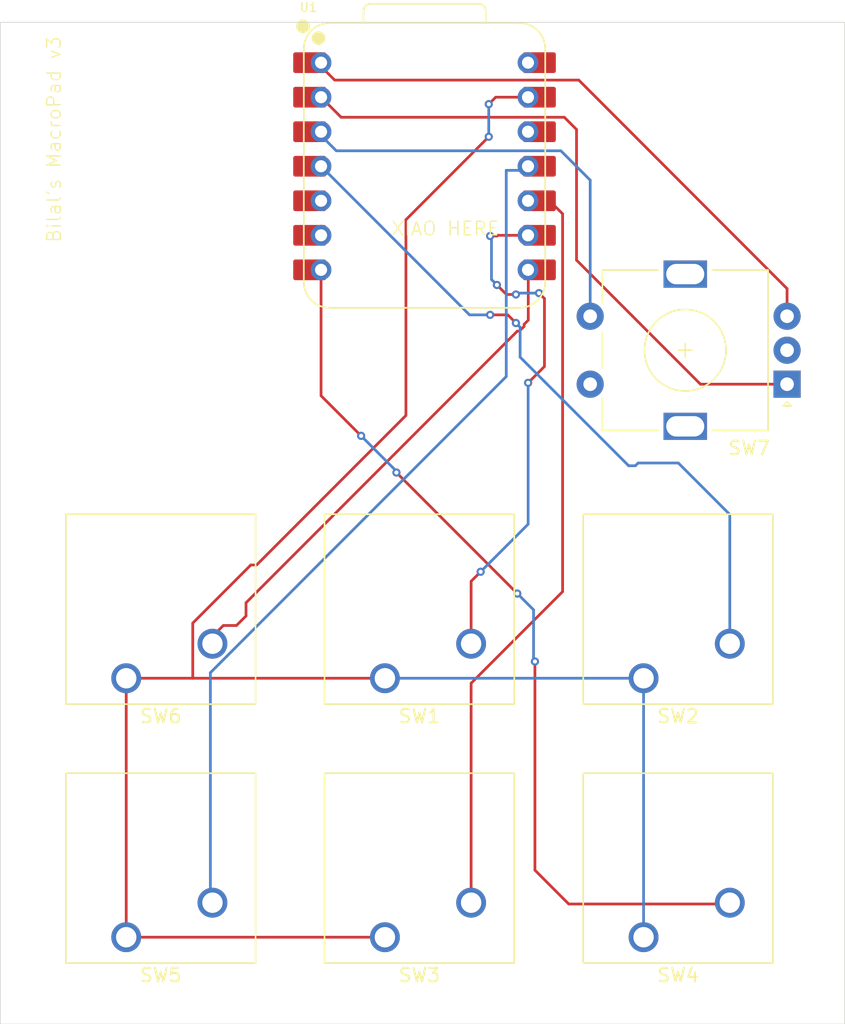
<source format=kicad_pcb>
(kicad_pcb (version 20241229) (generator "pcbnew") (generator_version "9.0")
  (layers (0 "F.Cu" signal) (2 "B.Cu" signal) (13 "F.Paste" user) (15 "B.Paste" user) (5 "F.SilkS" user "F.Silkscreen") (7 "B.SilkS" user "B.Silkscreen") (1 "F.Mask" user) (3 "B.Mask" user) (25 "Edge.Cuts" user))
  (net 0 "")
  (net 1 "+3.3V")
  (net 2 "GND")
  (net 3 "Net-(U1-GPIO29{slash}ADC3{slash}A3)")
  (net 4 "Net-(U1-GPIO4{slash}MISO)")
  (net 5 "Net-(U1-GPIO0{slash}TX)")
  (net 6 "Net-(U1-GPIO3{slash}MOSI)")
  (net 7 "Net-(U1-GPIO1{slash}RX)")
  (net 8 "Net-(U1-GPIO28{slash}ADC2{slash}A2)")
  (net 9 "Net-(U1-GPIO27{slash}ADC1{slash}A1)")
  (net 11 "Net-(U1-GPIO26{slash}ADC0{slash}A0)")
  (net 14 "Net-(U1-GPIO2{slash}SCK)")
  (net 16 "unconnected-(U1-GPIO6{slash}SDA-Pad5)")
  (footprint "Button_Switch_Keyboard:SW_Cherry_MX_1.00u_PCB" (layer "F.Cu") (at 171.20125 131.18125 180)
    (property "Reference" "SW4" (at -2.54 -2.794 0) (layer "F.SilkS"))
    (property "Value" "SW_Push")
    (fp_line (start 4.445 12.065) (end -9.525 12.065) (stroke (width 0.12)) (layer "F.SilkS"))
    (fp_line (start 4.445 -1.905) (end 4.445 12.065) (stroke (width 0.12)) (layer "F.SilkS"))
    (fp_line (start -9.525 12.065) (end -9.525 -1.905) (stroke (width 0.12)) (layer "F.SilkS"))
    (fp_line (start -9.525 -1.905) (end 4.445 -1.905) (stroke (width 0.12)) (layer "F.SilkS"))
    (pad "" np_thru_hole circle (at -7.62 5.08 180) (size 1.7 1.7) (drill 1.7) (layers "*.Cu" "*.Mask"))
    (pad "" np_thru_hole circle (at -2.54 5.08 180) (size 4 4) (drill 4) (layers "*.Cu" "*.Mask"))
    (pad "" np_thru_hole circle (at 2.54 5.08 180) (size 1.7 1.7) (drill 1.7) (layers "*.Cu" "*.Mask"))
    (pad "1" thru_hole circle (at 0 0 180) (size 2.2 2.2) (drill 1.5) (layers "*.Cu" "*.Mask") (net 2 "GND"))
    (pad "2" thru_hole circle (at -6.35 2.54 180) (size 2.2 2.2) (drill 1.5) (layers "*.Cu" "*.Mask") (net 5 "Net-(U1-GPIO0{slash}TX)"))
  )
  (footprint "OPL:XIAO-RP2040-DIP" (layer "F.Cu") (at 155.06875 74.46875)
    (property "Reference" "U1" (at -8.55 -11.68 0) (layer "F.SilkS") (effects (font (size 0.635 0.635) (thickness 0.1016))))
    (property "Value" "XIAO-RP2040-DIP")
    (fp_line (start -8.89 8.509) (end -8.89 -8.636) (stroke (width 0.127)) (layer "F.SilkS"))
    (fp_line (start -6.985 10.414) (end 6.985 10.414) (stroke (width 0.127)) (layer "F.SilkS"))
    (fp_line (start -4.495 -10.541) (end -4.491272 -11.451272) (stroke (width 0.127)) (layer "F.SilkS"))
    (fp_line (start -3.991272 -11.951) (end 4.004 -11.951) (stroke (width 0.127)) (layer "F.SilkS"))
    (fp_line (start 4.504 -11.451) (end 4.504 -10.541) (stroke (width 0.127)) (layer "F.SilkS"))
    (fp_line (start 6.985 -10.541) (end -6.985 -10.541) (stroke (width 0.1)) (layer "F.SilkS"))
    (fp_line (start 6.985 -10.541) (end -6.985 -10.541) (stroke (width 0.127)) (layer "F.SilkS"))
    (fp_line (start 8.89 8.509) (end 8.89 -8.636) (stroke (width 0.127)) (layer "F.SilkS"))
    (fp_arc (start -8.89 -8.636) (mid -8.332038 -9.983038) (end -6.985 -10.541) (stroke (width 0.127)) (layer "F.SilkS"))
    (fp_arc (start -6.985 10.414) (mid -8.332038 9.856038) (end -8.89 8.509) (stroke (width 0.127)) (layer "F.SilkS"))
    (fp_arc (start -4.491272 -11.451272) (mid -4.344728 -11.80464) (end -3.991272 -11.951) (stroke (width 0.127)) (layer "F.SilkS"))
    (fp_arc (start 4.004 -11.951) (mid 4.357553 -11.804553) (end 4.504 -11.451) (stroke (width 0.127)) (layer "F.SilkS"))
    (fp_arc (start 6.985 -10.541) (mid 8.332038 -9.983038) (end 8.89 -8.636) (stroke (width 0.127)) (layer "F.SilkS"))
    (fp_arc (start 8.89 8.509) (mid 8.332038 9.856038) (end 6.985 10.414) (stroke (width 0.127)) (layer "F.SilkS"))
    (fp_circle (center -8.95 -10.3) (end -8.95 -10.554) (stroke (width 0.5)) (fill yes) (layer "F.SilkS"))
    (fp_circle (center -7.807 -9.42) (end -7.807 -9.674) (stroke (width 0.5)) (fill yes) (layer "F.SilkS"))
    (pad "1" smd roundrect (at -8.455 -7.62 180) (size 2.432 1.524) (layers "F.Cu" "F.Mask") (roundrect_rratio 0.1) (net 11 "Net-(U1-GPIO26{slash}ADC0{slash}A0)"))
    (pad "1" thru_hole circle (at -7.62 -7.62 180) (size 1.524 1.524) (drill 0.889) (layers "*.Cu" "*.Mask") (net 11 "Net-(U1-GPIO26{slash}ADC0{slash}A0)"))
    (pad "2" smd roundrect (at -8.455 -5.08 180) (size 2.432 1.524) (layers "F.Cu" "F.Mask") (roundrect_rratio 0.1) (net 9 "Net-(U1-GPIO27{slash}ADC1{slash}A1)"))
    (pad "2" thru_hole circle (at -7.62 -5.08 180) (size 1.524 1.524) (drill 0.889) (layers "*.Cu" "*.Mask") (net 9 "Net-(U1-GPIO27{slash}ADC1{slash}A1)"))
    (pad "3" smd roundrect (at -8.455 -2.54 180) (size 2.432 1.524) (layers "F.Cu" "F.Mask") (roundrect_rratio 0.1) (net 8 "Net-(U1-GPIO28{slash}ADC2{slash}A2)"))
    (pad "3" thru_hole circle (at -7.62 -2.54 180) (size 1.524 1.524) (drill 0.889) (layers "*.Cu" "*.Mask") (net 8 "Net-(U1-GPIO28{slash}ADC2{slash}A2)"))
    (pad "4" smd roundrect (at -8.455 0 180) (size 2.432 1.524) (layers "F.Cu" "F.Mask") (roundrect_rratio 0.1) (net 3 "Net-(U1-GPIO29{slash}ADC3{slash}A3)"))
    (pad "4" thru_hole circle (at -7.62 0 180) (size 1.524 1.524) (drill 0.889) (layers "*.Cu" "*.Mask") (net 3 "Net-(U1-GPIO29{slash}ADC3{slash}A3)"))
    (pad "5" smd roundrect (at -8.455 2.54 180) (size 2.432 1.524) (layers "F.Cu" "F.Mask") (roundrect_rratio 0.1) (net 16 "unconnected-(U1-GPIO6{slash}SDA-Pad5)"))
    (pad "5" thru_hole circle (at -7.62 2.54 180) (size 1.524 1.524) (drill 0.889) (layers "*.Cu" "*.Mask") (net 16 "unconnected-(U1-GPIO6{slash}SDA-Pad5)"))
    (pad "6" smd roundrect (at -8.455 5.08 180) (size 2.432 1.524) (layers "F.Cu" "F.Mask") (roundrect_rratio 0.1))
    (pad "6" thru_hole circle (at -7.62 5.08 180) (size 1.524 1.524) (drill 0.889) (layers "*.Cu" "*.Mask"))
    (pad "7" smd roundrect (at -8.455 7.62 180) (size 2.432 1.524) (layers "F.Cu" "F.Mask") (roundrect_rratio 0.1) (net 5 "Net-(U1-GPIO0{slash}TX)"))
    (pad "7" thru_hole circle (at -7.62 7.62 180) (size 1.524 1.524) (drill 0.889) (layers "*.Cu" "*.Mask") (net 5 "Net-(U1-GPIO0{slash}TX)"))
    (pad "8" thru_hole circle (at 7.62 7.62) (size 1.524 1.524) (drill 0.889) (layers "*.Cu" "*.Mask") (net 7 "Net-(U1-GPIO1{slash}RX)"))
    (pad "8" smd roundrect (at 8.455 7.62) (size 2.432 1.524) (layers "F.Cu" "F.Mask") (roundrect_rratio 0.1) (net 7 "Net-(U1-GPIO1{slash}RX)"))
    (pad "9" thru_hole circle (at 7.62 5.08) (size 1.524 1.524) (drill 0.889) (layers "*.Cu" "*.Mask") (net 14 "Net-(U1-GPIO2{slash}SCK)"))
    (pad "9" smd roundrect (at 8.455 5.08) (size 2.432 1.524) (layers "F.Cu" "F.Mask") (roundrect_rratio 0.1) (net 14 "Net-(U1-GPIO2{slash}SCK)"))
    (pad "10" thru_hole circle (at 7.62 2.54) (size 1.524 1.524) (drill 0.889) (layers "*.Cu" "*.Mask") (net 4 "Net-(U1-GPIO4{slash}MISO)"))
    (pad "10" smd roundrect (at 8.455 2.54) (size 2.432 1.524) (layers "F.Cu" "F.Mask") (roundrect_rratio 0.1) (net 4 "Net-(U1-GPIO4{slash}MISO)"))
    (pad "11" thru_hole circle (at 7.62 0) (size 1.524 1.524) (drill 0.889) (layers "*.Cu" "*.Mask") (net 6 "Net-(U1-GPIO3{slash}MOSI)"))
    (pad "11" smd roundrect (at 8.455 0) (size 2.432 1.524) (layers "F.Cu" "F.Mask") (roundrect_rratio 0.1) (net 6 "Net-(U1-GPIO3{slash}MOSI)"))
    (pad "12" thru_hole circle (at 7.62 -2.54) (size 1.524 1.524) (drill 0.889) (layers "*.Cu" "*.Mask") (net 1 "+3.3V"))
    (pad "12" smd roundrect (at 8.455 -2.54) (size 2.432 1.524) (layers "F.Cu" "F.Mask") (roundrect_rratio 0.1) (net 1 "+3.3V"))
    (pad "13" thru_hole circle (at 7.62 -5.08) (size 1.524 1.524) (drill 0.889) (layers "*.Cu" "*.Mask") (net 2 "GND"))
    (pad "13" smd roundrect (at 8.455 -5.08) (size 2.432 1.524) (layers "F.Cu" "F.Mask") (roundrect_rratio 0.1) (net 2 "GND"))
    (pad "14" thru_hole circle (at 7.62 -7.62) (size 1.524 1.524) (drill 0.889) (layers "*.Cu" "*.Mask"))
    (pad "14" smd roundrect (at 8.455 -7.62) (size 2.432 1.524) (layers "F.Cu" "F.Mask") (roundrect_rratio 0.1))
  )
  (footprint "Button_Switch_Keyboard:SW_Cherry_MX_1.00u_PCB" (layer "F.Cu") (at 152.15125 112.13125 180)
    (property "Reference" "SW1" (at -2.54 -2.794 0) (layer "F.SilkS"))
    (property "Value" "SW_Push")
    (fp_line (start 4.445 12.065) (end -9.525 12.065) (stroke (width 0.12)) (layer "F.SilkS"))
    (fp_line (start 4.445 -1.905) (end 4.445 12.065) (stroke (width 0.12)) (layer "F.SilkS"))
    (fp_line (start -9.525 12.065) (end -9.525 -1.905) (stroke (width 0.12)) (layer "F.SilkS"))
    (fp_line (start -9.525 -1.905) (end 4.445 -1.905) (stroke (width 0.12)) (layer "F.SilkS"))
    (pad "" np_thru_hole circle (at -7.62 5.08 180) (size 1.7 1.7) (drill 1.7) (layers "*.Cu" "*.Mask"))
    (pad "" np_thru_hole circle (at -2.54 5.08 180) (size 4 4) (drill 4) (layers "*.Cu" "*.Mask"))
    (pad "" np_thru_hole circle (at 2.54 5.08 180) (size 1.7 1.7) (drill 1.7) (layers "*.Cu" "*.Mask"))
    (pad "1" thru_hole circle (at 0 0 180) (size 2.2 2.2) (drill 1.5) (layers "*.Cu" "*.Mask") (net 2 "GND"))
    (pad "2" thru_hole circle (at -6.35 2.54 180) (size 2.2 2.2) (drill 1.5) (layers "*.Cu" "*.Mask") (net 14 "Net-(U1-GPIO2{slash}SCK)"))
  )
  (footprint "Rotary_Encoder:RotaryEncoder_Alps_EC11E-Switch_Vertical_H20mm" (layer "F.Cu") (at 181.76875 90.50125 180)
    (property "Reference" "SW7" (at 2.8 -4.7 0) (layer "F.SilkS"))
    (property "Value" "RotaryEncoder_Switch")
    (fp_line (start 13.6 8.4) (end 9.5 8.4) (stroke (width 0.12)) (layer "F.SilkS"))
    (fp_line (start 13.6 6) (end 13.6 8.4) (stroke (width 0.12)) (layer "F.SilkS"))
    (fp_line (start 13.6 1.2) (end 13.6 3.8) (stroke (width 0.12)) (layer "F.SilkS"))
    (fp_line (start 13.6 -3.4) (end 13.6 -1) (stroke (width 0.12)) (layer "F.SilkS"))
    (fp_line (start 9.5 -3.4) (end 13.6 -3.4) (stroke (width 0.12)) (layer "F.SilkS"))
    (fp_line (start 7.5 2) (end 7.5 3) (stroke (width 0.12)) (layer "F.SilkS"))
    (fp_line (start 7 2.5) (end 8 2.5) (stroke (width 0.12)) (layer "F.SilkS"))
    (fp_line (start 5.5 8.4) (end 1.4 8.4) (stroke (width 0.12)) (layer "F.SilkS"))
    (fp_line (start 5.5 -3.4) (end 1.4 -3.4) (stroke (width 0.12)) (layer "F.SilkS"))
    (fp_line (start 1.4 -3.4) (end 1.4 8.4) (stroke (width 0.12)) (layer "F.SilkS"))
    (fp_line (start 0.3 -1.6) (end 0 -1.3) (stroke (width 0.12)) (layer "F.SilkS"))
    (fp_line (start 0 -1.3) (end -0.3 -1.6) (stroke (width 0.12)) (layer "F.SilkS"))
    (fp_line (start -0.3 -1.6) (end 0.3 -1.6) (stroke (width 0.12)) (layer "F.SilkS"))
    (fp_circle (center 7.5 2.5) (end 10.5 2.5) (stroke (width 0.12)) (fill no) (layer "F.SilkS"))
    (pad "A" thru_hole rect (at 0 0 180) (size 2 2) (drill 1) (layers "*.Cu" "*.Mask") (net 9 "Net-(U1-GPIO27{slash}ADC1{slash}A1)"))
    (pad "B" thru_hole circle (at 0 5 180) (size 2 2) (drill 1) (layers "*.Cu" "*.Mask") (net 11 "Net-(U1-GPIO26{slash}ADC0{slash}A0)"))
    (pad "C" thru_hole circle (at 0 2.5 180) (size 2 2) (drill 1) (layers "*.Cu" "*.Mask"))
    (pad "MP" thru_hole rect (at 7.5 -3.1 180) (size 3.2 2) (drill oval 2.8 1.5) (layers "*.Cu" "*.Mask"))
    (pad "MP" thru_hole rect (at 7.5 8.1 180) (size 3.2 2) (drill oval 2.8 1.5) (layers "*.Cu" "*.Mask"))
    (pad "S1" thru_hole circle (at 14.5 5 180) (size 2 2) (drill 1) (layers "*.Cu" "*.Mask") (net 8 "Net-(U1-GPIO28{slash}ADC2{slash}A2)"))
    (pad "S2" thru_hole circle (at 14.5 0 180) (size 2 2) (drill 1) (layers "*.Cu" "*.Mask"))
  )
  (footprint "Button_Switch_Keyboard:SW_Cherry_MX_1.00u_PCB" (layer "F.Cu") (at 133.10125 131.18125 180)
    (property "Reference" "SW5" (at -2.54 -2.794 0) (layer "F.SilkS"))
    (property "Value" "SW_Push")
    (fp_line (start 4.445 12.065) (end -9.525 12.065) (stroke (width 0.12)) (layer "F.SilkS"))
    (fp_line (start 4.445 -1.905) (end 4.445 12.065) (stroke (width 0.12)) (layer "F.SilkS"))
    (fp_line (start -9.525 12.065) (end -9.525 -1.905) (stroke (width 0.12)) (layer "F.SilkS"))
    (fp_line (start -9.525 -1.905) (end 4.445 -1.905) (stroke (width 0.12)) (layer "F.SilkS"))
    (pad "" np_thru_hole circle (at -7.62 5.08 180) (size 1.7 1.7) (drill 1.7) (layers "*.Cu" "*.Mask"))
    (pad "" np_thru_hole circle (at -2.54 5.08 180) (size 4 4) (drill 4) (layers "*.Cu" "*.Mask"))
    (pad "" np_thru_hole circle (at 2.54 5.08 180) (size 1.7 1.7) (drill 1.7) (layers "*.Cu" "*.Mask"))
    (pad "1" thru_hole circle (at 0 0 180) (size 2.2 2.2) (drill 1.5) (layers "*.Cu" "*.Mask") (net 2 "GND"))
    (pad "2" thru_hole circle (at -6.35 2.54 180) (size 2.2 2.2) (drill 1.5) (layers "*.Cu" "*.Mask") (net 6 "Net-(U1-GPIO3{slash}MOSI)"))
  )
  (footprint "Button_Switch_Keyboard:SW_Cherry_MX_1.00u_PCB" (layer "F.Cu") (at 171.20125 112.13125 180)
    (property "Reference" "SW2" (at -2.54 -2.794 0) (layer "F.SilkS"))
    (property "Value" "SW_Push")
    (fp_line (start 4.445 12.065) (end -9.525 12.065) (stroke (width 0.12)) (layer "F.SilkS"))
    (fp_line (start 4.445 -1.905) (end 4.445 12.065) (stroke (width 0.12)) (layer "F.SilkS"))
    (fp_line (start -9.525 12.065) (end -9.525 -1.905) (stroke (width 0.12)) (layer "F.SilkS"))
    (fp_line (start -9.525 -1.905) (end 4.445 -1.905) (stroke (width 0.12)) (layer "F.SilkS"))
    (pad "" np_thru_hole circle (at -7.62 5.08 180) (size 1.7 1.7) (drill 1.7) (layers "*.Cu" "*.Mask"))
    (pad "" np_thru_hole circle (at -2.54 5.08 180) (size 4 4) (drill 4) (layers "*.Cu" "*.Mask"))
    (pad "" np_thru_hole circle (at 2.54 5.08 180) (size 1.7 1.7) (drill 1.7) (layers "*.Cu" "*.Mask"))
    (pad "1" thru_hole circle (at 0 0 180) (size 2.2 2.2) (drill 1.5) (layers "*.Cu" "*.Mask") (net 2 "GND"))
    (pad "2" thru_hole circle (at -6.35 2.54 180) (size 2.2 2.2) (drill 1.5) (layers "*.Cu" "*.Mask") (net 3 "Net-(U1-GPIO29{slash}ADC3{slash}A3)"))
  )
  (footprint "Button_Switch_Keyboard:SW_Cherry_MX_1.00u_PCB" (layer "F.Cu") (at 133.10125 112.13125 180)
    (property "Reference" "SW6" (at -2.54 -2.794 0) (layer "F.SilkS"))
    (property "Value" "SW_Push")
    (fp_line (start 4.445 12.065) (end -9.525 12.065) (stroke (width 0.12)) (layer "F.SilkS"))
    (fp_line (start 4.445 -1.905) (end 4.445 12.065) (stroke (width 0.12)) (layer "F.SilkS"))
    (fp_line (start -9.525 12.065) (end -9.525 -1.905) (stroke (width 0.12)) (layer "F.SilkS"))
    (fp_line (start -9.525 -1.905) (end 4.445 -1.905) (stroke (width 0.12)) (layer "F.SilkS"))
    (pad "" np_thru_hole circle (at -7.62 5.08 180) (size 1.7 1.7) (drill 1.7) (layers "*.Cu" "*.Mask"))
    (pad "" np_thru_hole circle (at -2.54 5.08 180) (size 4 4) (drill 4) (layers "*.Cu" "*.Mask"))
    (pad "" np_thru_hole circle (at 2.54 5.08 180) (size 1.7 1.7) (drill 1.7) (layers "*.Cu" "*.Mask"))
    (pad "1" thru_hole circle (at 0 0 180) (size 2.2 2.2) (drill 1.5) (layers "*.Cu" "*.Mask") (net 2 "GND"))
    (pad "2" thru_hole circle (at -6.35 2.54 180) (size 2.2 2.2) (drill 1.5) (layers "*.Cu" "*.Mask") (net 7 "Net-(U1-GPIO1{slash}RX)"))
  )
  (footprint "Button_Switch_Keyboard:SW_Cherry_MX_1.00u_PCB" (layer "F.Cu") (at 152.15125 131.18125 180)
    (property "Reference" "SW3" (at -2.54 -2.794 0) (layer "F.SilkS"))
    (property "Value" "SW_Push")
    (fp_line (start 4.445 12.065) (end -9.525 12.065) (stroke (width 0.12)) (layer "F.SilkS"))
    (fp_line (start 4.445 -1.905) (end 4.445 12.065) (stroke (width 0.12)) (layer "F.SilkS"))
    (fp_line (start -9.525 12.065) (end -9.525 -1.905) (stroke (width 0.12)) (layer "F.SilkS"))
    (fp_line (start -9.525 -1.905) (end 4.445 -1.905) (stroke (width 0.12)) (layer "F.SilkS"))
    (pad "" np_thru_hole circle (at -7.62 5.08 180) (size 1.7 1.7) (drill 1.7) (layers "*.Cu" "*.Mask"))
    (pad "" np_thru_hole circle (at -2.54 5.08 180) (size 4 4) (drill 4) (layers "*.Cu" "*.Mask"))
    (pad "" np_thru_hole circle (at 2.54 5.08 180) (size 1.7 1.7) (drill 1.7) (layers "*.Cu" "*.Mask"))
    (pad "1" thru_hole circle (at 0 0 180) (size 2.2 2.2) (drill 1.5) (layers "*.Cu" "*.Mask") (net 2 "GND"))
    (pad "2" thru_hole circle (at -6.35 2.54 180) (size 2.2 2.2) (drill 1.5) (layers "*.Cu" "*.Mask") (net 4 "Net-(U1-GPIO4{slash}MISO)"))
  )
  (gr_rect (start 123.83 63.88125) (end 186.01 137.57) (stroke (width 0.05)) (fill no) (layer "Edge.Cuts"))
  (gr_text "XIAO HERE" (at 152.55875 79.63875 0) (layer "F.SilkS") (effects (font (size 1 1) (thickness 0.1)) (justify left bottom)))
  (gr_text "Bilal's MacroPad v3" (at 128.36875 80.15875 90) (layer "F.SilkS") (effects (font (size 1 1) (thickness 0.1)) (justify left bottom)))
  (segment (start 133.10125 131.18125) (end 152.15125 131.18125) (width 0.2) (layer "F.Cu") (net 2))
  (segment (start 142.27403 103.8) (end 138 108.07403) (width 0.2) (layer "F.Cu") (net 2))
  (segment (start 142.7 103.8) (end 142.27403 103.8) (width 0.2) (layer "F.Cu") (net 2))
  (segment (start 162.68875 69.38875) (end 160.31125 69.38875) (width 0.2) (layer "F.Cu") (net 2))
  (segment (start 133.10125 112.13125) (end 138 112.13125) (width 0.2) (layer "F.Cu") (net 2))
  (segment (start 159.8 72.3) (end 153.7 78.4) (width 0.2) (layer "F.Cu") (net 2))
  (segment (start 153.7 92.8) (end 142.7 103.8) (width 0.2) (layer "F.Cu") (net 2))
  (segment (start 138 112.13125) (end 152.15125 112.13125) (width 0.2) (layer "F.Cu") (net 2))
  (segment (start 153.7 78.4) (end 153.7 92.8) (width 0.2) (layer "F.Cu") (net 2))
  (segment (start 133.10125 112.13125) (end 133.10125 131.18125) (width 0.2) (layer "F.Cu") (net 2))
  (segment (start 160.31125 69.38875) (end 159.8 69.9) (width 0.2) (layer "F.Cu") (net 2))
  (segment (start 138 108.07403) (end 138 112.13125) (width 0.2) (layer "F.Cu") (net 2))
  (via (at 159.8 72.3) (size 0.6) (drill 0.3) (layers "F.Cu" "B.Cu") (net 2))
  (via (at 159.8 69.9) (size 0.6) (drill 0.3) (layers "F.Cu" "B.Cu") (net 2))
  (segment (start 159.8 69.9) (end 159.8 72.3) (width 0.2) (layer "B.Cu") (net 2))
  (segment (start 171.20125 112.13125) (end 171.20125 131.18125) (width 0.2) (layer "B.Cu") (net 2))
  (segment (start 171.20125 112.13125) (end 152.15125 112.13125) (width 0.2) (layer "B.Cu") (net 2))
  (segment (start 161.2 85.4) (end 161.8 86) (width 0.2) (layer "F.Cu") (net 3))
  (segment (start 159.9 85.4) (end 161.2 85.4) (width 0.2) (layer "F.Cu") (net 3))
  (via (at 161.8 86) (size 0.6) (drill 0.3) (layers "F.Cu" "B.Cu") (net 3))
  (via (at 159.9 85.4) (size 0.6) (drill 0.3) (layers "F.Cu" "B.Cu") (net 3))
  (segment (start 173.76425 96.29875) (end 177.55125 100.08575) (width 0.2) (layer "B.Cu") (net 3))
  (segment (start 162.10875 86.30875) (end 162.10875 88.50875) (width 0.2) (layer "B.Cu") (net 3))
  (segment (start 170.6 96.5) (end 170.80125 96.29875) (width 0.2) (layer "B.Cu") (net 3))
  (segment (start 159.9 85.4) (end 158.38 85.4) (width 0.2) (layer "B.Cu") (net 3))
  (segment (start 170.80125 96.29875) (end 173.76425 96.29875) (width 0.2) (layer "B.Cu") (net 3))
  (segment (start 161.8 86) (end 162.10875 86.30875) (width 0.2) (layer "B.Cu") (net 3))
  (segment (start 162.10875 88.50875) (end 170.1 96.5) (width 0.2) (layer "B.Cu") (net 3))
  (segment (start 177.55125 100.08575) (end 177.55125 109.59125) (width 0.2) (layer "B.Cu") (net 3))
  (segment (start 158.38 85.4) (end 147.44875 74.46875) (width 0.2) (layer "B.Cu") (net 3))
  (segment (start 170.1 96.5) (end 170.6 96.5) (width 0.2) (layer "B.Cu") (net 3))
  (segment (start 164.57625 77.30875) (end 163.54375 77.30875) (width 0.2) (layer "F.Cu") (net 4))
  (segment (start 165.2375 105.7625) (end 165.2375 77.97) (width 0.2) (layer "F.Cu") (net 4))
  (segment (start 165.2375 77.97) (end 164.57625 77.30875) (width 0.2) (layer "F.Cu") (net 4))
  (segment (start 158.50125 128.64125) (end 158.50125 112.49875) (width 0.2) (layer "F.Cu") (net 4))
  (segment (start 158.50125 112.49875) (end 165.2375 105.7625) (width 0.2) (layer "F.Cu") (net 4))
  (segment (start 177.45375 128.73875) (end 165.6875 128.73875) (width 0.2) (layer "F.Cu") (net 5))
  (segment (start 163.2 126.25125) (end 165.6875 128.73875) (width 0.2) (layer "F.Cu") (net 5))
  (segment (start 147.44875 82.08875) (end 147.44875 91.34875) (width 0.2) (layer "F.Cu") (net 5))
  (segment (start 163.2 110.9) (end 163.2 126.25125) (width 0.2) (layer "F.Cu") (net 5))
  (segment (start 161.9 105.9) (end 153 97) (width 0.2) (layer "F.Cu") (net 5))
  (segment (start 177.55125 128.64125) (end 177.45375 128.73875) (width 0.2) (layer "F.Cu") (net 5))
  (segment (start 147.44875 91.34875) (end 150.4 94.3) (width 0.2) (layer "F.Cu") (net 5))
  (via (at 150.4 94.3) (size 0.6) (drill 0.3) (layers "F.Cu" "B.Cu") (net 5))
  (via (at 161.9 105.9) (size 0.6) (drill 0.3) (layers "F.Cu" "B.Cu") (net 5))
  (via (at 163.2 110.9) (size 0.6) (drill 0.3) (layers "F.Cu" "B.Cu") (net 5))
  (via (at 153 97) (size 0.6) (drill 0.3) (layers "F.Cu" "B.Cu") (net 5))
  (segment (start 163.1 107.1) (end 163.1 110.8) (width 0.2) (layer "B.Cu") (net 5))
  (segment (start 163.1 110.8) (end 163.2 110.9) (width 0.2) (layer "B.Cu") (net 5))
  (segment (start 161.9 105.9) (end 163.1 107.1) (width 0.2) (layer "B.Cu") (net 5))
  (segment (start 150.4 94.3) (end 153 96.9) (width 0.2) (layer "B.Cu") (net 5))
  (segment (start 153 96.9) (end 153 97) (width 0.2) (layer "B.Cu") (net 5))
  (segment (start 161.08875 74.76875) (end 162.70875 74.76875) (width 0.2) (layer "B.Cu") (net 6))
  (segment (start 139.29875 111.725064) (end 161.08875 89.935064) (width 0.2) (layer "B.Cu") (net 6))
  (segment (start 139.45125 128.64125) (end 139.29875 128.48875) (width 0.2) (layer "B.Cu") (net 6))
  (segment (start 161.08875 89.935064) (end 161.08875 74.76875) (width 0.2) (layer "B.Cu") (net 6))
  (segment (start 139.29875 128.48875) (end 139.29875 111.725064) (width 0.2) (layer "B.Cu") (net 6))
  (segment (start 162.401 86.099) (end 162.401 86.248943) (width 0.2) (layer "F.Cu") (net 7))
  (segment (start 162.70875 82.38875) (end 162.70875 85.79125) (width 0.2) (layer "F.Cu") (net 7))
  (segment (start 162.048943 86.601) (end 161.899 86.601) (width 0.2) (layer "F.Cu") (net 7))
  (segment (start 141.21872 108.25225) (end 140.24775 108.25225) (width 0.2) (layer "F.Cu") (net 7))
  (segment (start 162.401 86.248943) (end 162.048943 86.601) (width 0.2) (layer "F.Cu") (net 7))
  (segment (start 140.24775 108.25225) (end 139.45125 109.04875) (width 0.2) (layer "F.Cu") (net 7))
  (segment (start 141.92225 107.54872) (end 141.21872 108.25225) (width 0.2) (layer "F.Cu") (net 7))
  (segment (start 141.92225 106.57775) (end 141.92225 107.54872) (width 0.2) (layer "F.Cu") (net 7))
  (segment (start 162.70875 85.79125) (end 162.401 86.099) (width 0.2) (layer "F.Cu") (net 7))
  (segment (start 161.899 86.601) (end 141.92225 106.57775) (width 0.2) (layer "F.Cu") (net 7))
  (segment (start 139.45125 109.04875) (end 139.45125 109.59125) (width 0.2) (layer "F.Cu") (net 7))
  (segment (start 165.11 73.33) (end 167.26875 75.48875) (width 0.2) (layer "B.Cu") (net 8))
  (segment (start 167.26875 75.48875) (end 167.26875 85.50125) (width 0.2) (layer "B.Cu") (net 8))
  (segment (start 148.57 73.33) (end 165.11 73.33) (width 0.2) (layer "B.Cu") (net 8))
  (segment (start 147.46875 72.22875) (end 148.57 73.33) (width 0.2) (layer "B.Cu") (net 8))
  (segment (start 175.39125 90.50125) (end 181.76875 90.50125) (width 0.2) (layer "F.Cu") (net 9))
  (segment (start 166.26375 81.37375) (end 175.39125 90.50125) (width 0.2) (layer "F.Cu") (net 9))
  (segment (start 165.36575 70.86575) (end 166.26375 71.76375) (width 0.2) (layer "F.Cu") (net 9))
  (segment (start 147.44875 69.38875) (end 148.92575 70.86575) (width 0.2) (layer "F.Cu") (net 9))
  (segment (start 148.92575 70.86575) (end 165.36575 70.86575) (width 0.2) (layer "F.Cu") (net 9))
  (segment (start 166.26375 71.76375) (end 166.26375 81.37375) (width 0.2) (layer "F.Cu") (net 9))
  (segment (start 166.4275 68.13) (end 148.45 68.13) (width 0.2) (layer "F.Cu") (net 11))
  (segment (start 181.76875 83.47125) (end 166.4275 68.13) (width 0.2) (layer "F.Cu") (net 11))
  (segment (start 148.45 68.13) (end 147.46875 67.14875) (width 0.2) (layer "F.Cu") (net 11))
  (segment (start 181.76875 85.50125) (end 181.76875 83.47125) (width 0.2) (layer "F.Cu") (net 11))
  (segment (start 163.9 84.2) (end 163.5 83.8) (width 0.2) (layer "F.Cu") (net 14))
  (segment (start 158.50125 109.59125) (end 158.50125 104.99875) (width 0.2) (layer "F.Cu") (net 14))
  (segment (start 161.1 83.9) (end 160.4 83.2) (width 0.2) (layer "F.Cu") (net 14))
  (segment (start 162.7 90.4) (end 163.9 89.2) (width 0.2) (layer "F.Cu") (net 14))
  (segment (start 161.8 83.9) (end 161.1 83.9) (width 0.2) (layer "F.Cu") (net 14))
  (segment (start 158.50125 104.99875) (end 159.2 104.3) (width 0.2) (layer "F.Cu") (net 14))
  (segment (start 160.4 79.6) (end 159.9 79.6) (width 0.2) (layer "F.Cu") (net 14))
  (segment (start 160.45125 79.54875) (end 162.68875 79.54875) (width 0.2) (layer "F.Cu") (net 14))
  (segment (start 162.70875 79.84875) (end 162.54875 79.84875) (width 0.2) (layer "F.Cu") (net 14))
  (segment (start 160.45125 79.54875) (end 160.4 79.6) (width 0.2) (layer "F.Cu") (net 14))
  (segment (start 163.9 89.2) (end 163.9 84.2) (width 0.2) (layer "F.Cu") (net 14))
  (via (at 161.8 83.9) (size 0.6) (drill 0.3) (layers "F.Cu" "B.Cu") (net 14))
  (via (at 162.7 90.4) (size 0.6) (drill 0.3) (layers "F.Cu" "B.Cu") (net 14))
  (via (at 159.2 104.3) (size 0.6) (drill 0.3) (layers "F.Cu" "B.Cu") (net 14))
  (via (at 163.5 83.8) (size 0.6) (drill 0.3) (layers "F.Cu" "B.Cu") (net 14))
  (via (at 160.4 83.2) (size 0.6) (drill 0.3) (layers "F.Cu" "B.Cu") (net 14))
  (via (at 159.9 79.6) (size 0.6) (drill 0.3) (layers "F.Cu" "B.Cu") (net 14))
  (segment (start 161.9 83.8) (end 161.8 83.9) (width 0.2) (layer "B.Cu") (net 14))
  (segment (start 160 82.8) (end 160 79.7) (width 0.2) (layer "B.Cu") (net 14))
  (segment (start 162.7 100.8) (end 162.7 90.4) (width 0.2) (layer "B.Cu") (net 14))
  (segment (start 163.5 83.8) (end 161.9 83.8) (width 0.2) (layer "B.Cu") (net 14))
  (segment (start 160 79.7) (end 159.9 79.6) (width 0.2) (layer "B.Cu") (net 14))
  (segment (start 160.4 83.2) (end 160 82.8) (width 0.2) (layer "B.Cu") (net 14))
  (segment (start 159.2 104.3) (end 162.7 100.8) (width 0.2) (layer "B.Cu") (net 14))
  (segment (start 145.81875 77.30875) (end 146.63375 77.30875) (width 0.2) (layer "F.Cu") (net 16))
)
</source>
